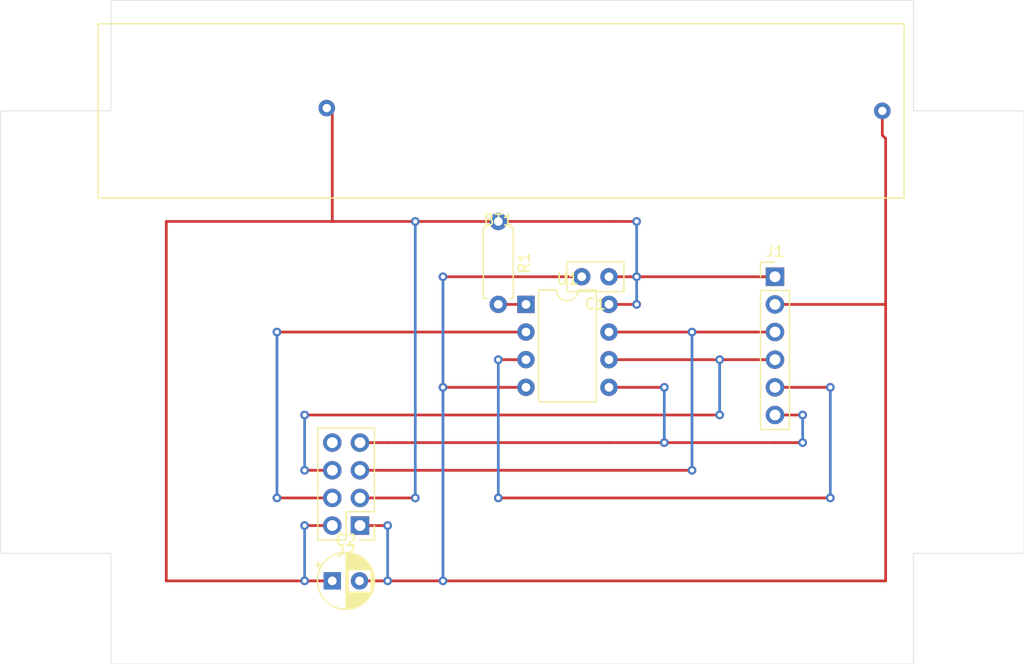
<source format=kicad_pcb>
(kicad_pcb (version 20171130) (host pcbnew "(5.1.4)-1")

  (general
    (thickness 1.6)
    (drawings 13)
    (tracks 117)
    (zones 0)
    (modules 7)
    (nets 10)
  )

  (page A4)
  (layers
    (0 F.Cu signal)
    (31 B.Cu signal)
    (32 B.Adhes user)
    (33 F.Adhes user)
    (34 B.Paste user)
    (35 F.Paste user)
    (36 B.SilkS user)
    (37 F.SilkS user)
    (38 B.Mask user)
    (39 F.Mask user)
    (40 Dwgs.User user)
    (41 Cmts.User user)
    (42 Eco1.User user)
    (43 Eco2.User user)
    (44 Edge.Cuts user)
    (45 Margin user)
    (46 B.CrtYd user)
    (47 F.CrtYd user)
    (48 B.Fab user)
    (49 F.Fab user)
  )

  (setup
    (last_trace_width 0.25)
    (trace_clearance 0.2)
    (zone_clearance 0.508)
    (zone_45_only no)
    (trace_min 0.2)
    (via_size 0.8)
    (via_drill 0.4)
    (via_min_size 0.4)
    (via_min_drill 0.3)
    (uvia_size 0.3)
    (uvia_drill 0.1)
    (uvias_allowed no)
    (uvia_min_size 0.2)
    (uvia_min_drill 0.1)
    (edge_width 0.05)
    (segment_width 0.2)
    (pcb_text_width 0.3)
    (pcb_text_size 1.5 1.5)
    (mod_edge_width 0.12)
    (mod_text_size 1 1)
    (mod_text_width 0.15)
    (pad_size 1.524 1.524)
    (pad_drill 0.762)
    (pad_to_mask_clearance 0.051)
    (solder_mask_min_width 0.25)
    (aux_axis_origin 0 0)
    (visible_elements 7FFFFFFF)
    (pcbplotparams
      (layerselection 0x010fc_ffffffff)
      (usegerberextensions false)
      (usegerberattributes false)
      (usegerberadvancedattributes false)
      (creategerberjobfile false)
      (excludeedgelayer true)
      (linewidth 0.100000)
      (plotframeref false)
      (viasonmask false)
      (mode 1)
      (useauxorigin false)
      (hpglpennumber 1)
      (hpglpenspeed 20)
      (hpglpendiameter 15.000000)
      (psnegative false)
      (psa4output false)
      (plotreference true)
      (plotvalue true)
      (plotinvisibletext false)
      (padsonsilk false)
      (subtractmaskfromsilk false)
      (outputformat 1)
      (mirror false)
      (drillshape 1)
      (scaleselection 1)
      (outputdirectory ""))
  )

  (net 0 "")
  (net 1 +3V3)
  (net 2 GND)
  (net 3 SPI_CLK)
  (net 4 CS_BME280)
  (net 5 SPI_MISO)
  (net 6 CS_NRF24)
  (net 7 "Net-(J2-Pad8)")
  (net 8 "Net-(C4-Pad2)")
  (net 9 RX)

  (net_class Default "This is the default net class."
    (clearance 0.2)
    (trace_width 0.25)
    (via_dia 0.8)
    (via_drill 0.4)
    (uvia_dia 0.3)
    (uvia_drill 0.1)
    (add_net +3V3)
    (add_net CS_BME280)
    (add_net CS_NRF24)
    (add_net GND)
    (add_net "Net-(C4-Pad2)")
    (add_net "Net-(J2-Pad8)")
    (add_net RX)
    (add_net SPI_CLK)
    (add_net SPI_MISO)
  )

  (module weatherstation_sensor:LiFePO4wered_USB (layer F.Cu) (tedit 5E6630FA) (tstamp 5E6A7333)
    (at 147.32 60.96 180)
    (path /5E6662D5)
    (fp_text reference BT1 (at 0 -10.033) (layer F.SilkS)
      (effects (font (size 1 1) (thickness 0.15)))
    )
    (fp_text value 3.3V (at -16.637 -0.127) (layer F.Fab)
      (effects (font (size 1 1) (thickness 0.15)))
    )
    (fp_line (start -0.254 -8.001) (end 36.746 -8.001) (layer F.SilkS) (width 0.12))
    (fp_line (start 36.746 7.999) (end 36.746 -8.001) (layer F.SilkS) (width 0.12))
    (fp_line (start -37.254 7.999) (end 36.746 7.999) (layer F.SilkS) (width 0.12))
    (fp_line (start -37.254 -8.001) (end -37.254 7.999) (layer F.SilkS) (width 0.12))
    (fp_line (start -0.254 -8.001) (end -37.254 -8.001) (layer F.SilkS) (width 0.12))
    (pad 1 thru_hole circle (at 15.748 0.254 180) (size 1.524 1.524) (drill 0.762) (layers *.Cu *.Mask)
      (net 1 +3V3))
    (pad 2 thru_hole circle (at -35.254 -0.001 180) (size 1.524 1.524) (drill 0.762) (layers *.Cu *.Mask)
      (net 2 GND))
  )

  (module Capacitor_THT:CP_Radial_D5.0mm_P2.50mm (layer F.Cu) (tedit 5AE50EF0) (tstamp 5E6682F7)
    (at 132.08 104.14)
    (descr "CP, Radial series, Radial, pin pitch=2.50mm, , diameter=5mm, Electrolytic Capacitor")
    (tags "CP Radial series Radial pin pitch 2.50mm  diameter 5mm Electrolytic Capacitor")
    (path /5E666CF1)
    (fp_text reference C2 (at 1.25 -3.75) (layer F.SilkS)
      (effects (font (size 1 1) (thickness 0.15)))
    )
    (fp_text value 10µF (at 1.25 3.75) (layer F.Fab)
      (effects (font (size 1 1) (thickness 0.15)))
    )
    (fp_circle (center 1.25 0) (end 3.75 0) (layer F.Fab) (width 0.1))
    (fp_circle (center 1.25 0) (end 3.87 0) (layer F.SilkS) (width 0.12))
    (fp_circle (center 1.25 0) (end 4 0) (layer F.CrtYd) (width 0.05))
    (fp_line (start -0.883605 -1.0875) (end -0.383605 -1.0875) (layer F.Fab) (width 0.1))
    (fp_line (start -0.633605 -1.3375) (end -0.633605 -0.8375) (layer F.Fab) (width 0.1))
    (fp_line (start 1.25 -2.58) (end 1.25 2.58) (layer F.SilkS) (width 0.12))
    (fp_line (start 1.29 -2.58) (end 1.29 2.58) (layer F.SilkS) (width 0.12))
    (fp_line (start 1.33 -2.579) (end 1.33 2.579) (layer F.SilkS) (width 0.12))
    (fp_line (start 1.37 -2.578) (end 1.37 2.578) (layer F.SilkS) (width 0.12))
    (fp_line (start 1.41 -2.576) (end 1.41 2.576) (layer F.SilkS) (width 0.12))
    (fp_line (start 1.45 -2.573) (end 1.45 2.573) (layer F.SilkS) (width 0.12))
    (fp_line (start 1.49 -2.569) (end 1.49 -1.04) (layer F.SilkS) (width 0.12))
    (fp_line (start 1.49 1.04) (end 1.49 2.569) (layer F.SilkS) (width 0.12))
    (fp_line (start 1.53 -2.565) (end 1.53 -1.04) (layer F.SilkS) (width 0.12))
    (fp_line (start 1.53 1.04) (end 1.53 2.565) (layer F.SilkS) (width 0.12))
    (fp_line (start 1.57 -2.561) (end 1.57 -1.04) (layer F.SilkS) (width 0.12))
    (fp_line (start 1.57 1.04) (end 1.57 2.561) (layer F.SilkS) (width 0.12))
    (fp_line (start 1.61 -2.556) (end 1.61 -1.04) (layer F.SilkS) (width 0.12))
    (fp_line (start 1.61 1.04) (end 1.61 2.556) (layer F.SilkS) (width 0.12))
    (fp_line (start 1.65 -2.55) (end 1.65 -1.04) (layer F.SilkS) (width 0.12))
    (fp_line (start 1.65 1.04) (end 1.65 2.55) (layer F.SilkS) (width 0.12))
    (fp_line (start 1.69 -2.543) (end 1.69 -1.04) (layer F.SilkS) (width 0.12))
    (fp_line (start 1.69 1.04) (end 1.69 2.543) (layer F.SilkS) (width 0.12))
    (fp_line (start 1.73 -2.536) (end 1.73 -1.04) (layer F.SilkS) (width 0.12))
    (fp_line (start 1.73 1.04) (end 1.73 2.536) (layer F.SilkS) (width 0.12))
    (fp_line (start 1.77 -2.528) (end 1.77 -1.04) (layer F.SilkS) (width 0.12))
    (fp_line (start 1.77 1.04) (end 1.77 2.528) (layer F.SilkS) (width 0.12))
    (fp_line (start 1.81 -2.52) (end 1.81 -1.04) (layer F.SilkS) (width 0.12))
    (fp_line (start 1.81 1.04) (end 1.81 2.52) (layer F.SilkS) (width 0.12))
    (fp_line (start 1.85 -2.511) (end 1.85 -1.04) (layer F.SilkS) (width 0.12))
    (fp_line (start 1.85 1.04) (end 1.85 2.511) (layer F.SilkS) (width 0.12))
    (fp_line (start 1.89 -2.501) (end 1.89 -1.04) (layer F.SilkS) (width 0.12))
    (fp_line (start 1.89 1.04) (end 1.89 2.501) (layer F.SilkS) (width 0.12))
    (fp_line (start 1.93 -2.491) (end 1.93 -1.04) (layer F.SilkS) (width 0.12))
    (fp_line (start 1.93 1.04) (end 1.93 2.491) (layer F.SilkS) (width 0.12))
    (fp_line (start 1.971 -2.48) (end 1.971 -1.04) (layer F.SilkS) (width 0.12))
    (fp_line (start 1.971 1.04) (end 1.971 2.48) (layer F.SilkS) (width 0.12))
    (fp_line (start 2.011 -2.468) (end 2.011 -1.04) (layer F.SilkS) (width 0.12))
    (fp_line (start 2.011 1.04) (end 2.011 2.468) (layer F.SilkS) (width 0.12))
    (fp_line (start 2.051 -2.455) (end 2.051 -1.04) (layer F.SilkS) (width 0.12))
    (fp_line (start 2.051 1.04) (end 2.051 2.455) (layer F.SilkS) (width 0.12))
    (fp_line (start 2.091 -2.442) (end 2.091 -1.04) (layer F.SilkS) (width 0.12))
    (fp_line (start 2.091 1.04) (end 2.091 2.442) (layer F.SilkS) (width 0.12))
    (fp_line (start 2.131 -2.428) (end 2.131 -1.04) (layer F.SilkS) (width 0.12))
    (fp_line (start 2.131 1.04) (end 2.131 2.428) (layer F.SilkS) (width 0.12))
    (fp_line (start 2.171 -2.414) (end 2.171 -1.04) (layer F.SilkS) (width 0.12))
    (fp_line (start 2.171 1.04) (end 2.171 2.414) (layer F.SilkS) (width 0.12))
    (fp_line (start 2.211 -2.398) (end 2.211 -1.04) (layer F.SilkS) (width 0.12))
    (fp_line (start 2.211 1.04) (end 2.211 2.398) (layer F.SilkS) (width 0.12))
    (fp_line (start 2.251 -2.382) (end 2.251 -1.04) (layer F.SilkS) (width 0.12))
    (fp_line (start 2.251 1.04) (end 2.251 2.382) (layer F.SilkS) (width 0.12))
    (fp_line (start 2.291 -2.365) (end 2.291 -1.04) (layer F.SilkS) (width 0.12))
    (fp_line (start 2.291 1.04) (end 2.291 2.365) (layer F.SilkS) (width 0.12))
    (fp_line (start 2.331 -2.348) (end 2.331 -1.04) (layer F.SilkS) (width 0.12))
    (fp_line (start 2.331 1.04) (end 2.331 2.348) (layer F.SilkS) (width 0.12))
    (fp_line (start 2.371 -2.329) (end 2.371 -1.04) (layer F.SilkS) (width 0.12))
    (fp_line (start 2.371 1.04) (end 2.371 2.329) (layer F.SilkS) (width 0.12))
    (fp_line (start 2.411 -2.31) (end 2.411 -1.04) (layer F.SilkS) (width 0.12))
    (fp_line (start 2.411 1.04) (end 2.411 2.31) (layer F.SilkS) (width 0.12))
    (fp_line (start 2.451 -2.29) (end 2.451 -1.04) (layer F.SilkS) (width 0.12))
    (fp_line (start 2.451 1.04) (end 2.451 2.29) (layer F.SilkS) (width 0.12))
    (fp_line (start 2.491 -2.268) (end 2.491 -1.04) (layer F.SilkS) (width 0.12))
    (fp_line (start 2.491 1.04) (end 2.491 2.268) (layer F.SilkS) (width 0.12))
    (fp_line (start 2.531 -2.247) (end 2.531 -1.04) (layer F.SilkS) (width 0.12))
    (fp_line (start 2.531 1.04) (end 2.531 2.247) (layer F.SilkS) (width 0.12))
    (fp_line (start 2.571 -2.224) (end 2.571 -1.04) (layer F.SilkS) (width 0.12))
    (fp_line (start 2.571 1.04) (end 2.571 2.224) (layer F.SilkS) (width 0.12))
    (fp_line (start 2.611 -2.2) (end 2.611 -1.04) (layer F.SilkS) (width 0.12))
    (fp_line (start 2.611 1.04) (end 2.611 2.2) (layer F.SilkS) (width 0.12))
    (fp_line (start 2.651 -2.175) (end 2.651 -1.04) (layer F.SilkS) (width 0.12))
    (fp_line (start 2.651 1.04) (end 2.651 2.175) (layer F.SilkS) (width 0.12))
    (fp_line (start 2.691 -2.149) (end 2.691 -1.04) (layer F.SilkS) (width 0.12))
    (fp_line (start 2.691 1.04) (end 2.691 2.149) (layer F.SilkS) (width 0.12))
    (fp_line (start 2.731 -2.122) (end 2.731 -1.04) (layer F.SilkS) (width 0.12))
    (fp_line (start 2.731 1.04) (end 2.731 2.122) (layer F.SilkS) (width 0.12))
    (fp_line (start 2.771 -2.095) (end 2.771 -1.04) (layer F.SilkS) (width 0.12))
    (fp_line (start 2.771 1.04) (end 2.771 2.095) (layer F.SilkS) (width 0.12))
    (fp_line (start 2.811 -2.065) (end 2.811 -1.04) (layer F.SilkS) (width 0.12))
    (fp_line (start 2.811 1.04) (end 2.811 2.065) (layer F.SilkS) (width 0.12))
    (fp_line (start 2.851 -2.035) (end 2.851 -1.04) (layer F.SilkS) (width 0.12))
    (fp_line (start 2.851 1.04) (end 2.851 2.035) (layer F.SilkS) (width 0.12))
    (fp_line (start 2.891 -2.004) (end 2.891 -1.04) (layer F.SilkS) (width 0.12))
    (fp_line (start 2.891 1.04) (end 2.891 2.004) (layer F.SilkS) (width 0.12))
    (fp_line (start 2.931 -1.971) (end 2.931 -1.04) (layer F.SilkS) (width 0.12))
    (fp_line (start 2.931 1.04) (end 2.931 1.971) (layer F.SilkS) (width 0.12))
    (fp_line (start 2.971 -1.937) (end 2.971 -1.04) (layer F.SilkS) (width 0.12))
    (fp_line (start 2.971 1.04) (end 2.971 1.937) (layer F.SilkS) (width 0.12))
    (fp_line (start 3.011 -1.901) (end 3.011 -1.04) (layer F.SilkS) (width 0.12))
    (fp_line (start 3.011 1.04) (end 3.011 1.901) (layer F.SilkS) (width 0.12))
    (fp_line (start 3.051 -1.864) (end 3.051 -1.04) (layer F.SilkS) (width 0.12))
    (fp_line (start 3.051 1.04) (end 3.051 1.864) (layer F.SilkS) (width 0.12))
    (fp_line (start 3.091 -1.826) (end 3.091 -1.04) (layer F.SilkS) (width 0.12))
    (fp_line (start 3.091 1.04) (end 3.091 1.826) (layer F.SilkS) (width 0.12))
    (fp_line (start 3.131 -1.785) (end 3.131 -1.04) (layer F.SilkS) (width 0.12))
    (fp_line (start 3.131 1.04) (end 3.131 1.785) (layer F.SilkS) (width 0.12))
    (fp_line (start 3.171 -1.743) (end 3.171 -1.04) (layer F.SilkS) (width 0.12))
    (fp_line (start 3.171 1.04) (end 3.171 1.743) (layer F.SilkS) (width 0.12))
    (fp_line (start 3.211 -1.699) (end 3.211 -1.04) (layer F.SilkS) (width 0.12))
    (fp_line (start 3.211 1.04) (end 3.211 1.699) (layer F.SilkS) (width 0.12))
    (fp_line (start 3.251 -1.653) (end 3.251 -1.04) (layer F.SilkS) (width 0.12))
    (fp_line (start 3.251 1.04) (end 3.251 1.653) (layer F.SilkS) (width 0.12))
    (fp_line (start 3.291 -1.605) (end 3.291 -1.04) (layer F.SilkS) (width 0.12))
    (fp_line (start 3.291 1.04) (end 3.291 1.605) (layer F.SilkS) (width 0.12))
    (fp_line (start 3.331 -1.554) (end 3.331 -1.04) (layer F.SilkS) (width 0.12))
    (fp_line (start 3.331 1.04) (end 3.331 1.554) (layer F.SilkS) (width 0.12))
    (fp_line (start 3.371 -1.5) (end 3.371 -1.04) (layer F.SilkS) (width 0.12))
    (fp_line (start 3.371 1.04) (end 3.371 1.5) (layer F.SilkS) (width 0.12))
    (fp_line (start 3.411 -1.443) (end 3.411 -1.04) (layer F.SilkS) (width 0.12))
    (fp_line (start 3.411 1.04) (end 3.411 1.443) (layer F.SilkS) (width 0.12))
    (fp_line (start 3.451 -1.383) (end 3.451 -1.04) (layer F.SilkS) (width 0.12))
    (fp_line (start 3.451 1.04) (end 3.451 1.383) (layer F.SilkS) (width 0.12))
    (fp_line (start 3.491 -1.319) (end 3.491 -1.04) (layer F.SilkS) (width 0.12))
    (fp_line (start 3.491 1.04) (end 3.491 1.319) (layer F.SilkS) (width 0.12))
    (fp_line (start 3.531 -1.251) (end 3.531 -1.04) (layer F.SilkS) (width 0.12))
    (fp_line (start 3.531 1.04) (end 3.531 1.251) (layer F.SilkS) (width 0.12))
    (fp_line (start 3.571 -1.178) (end 3.571 1.178) (layer F.SilkS) (width 0.12))
    (fp_line (start 3.611 -1.098) (end 3.611 1.098) (layer F.SilkS) (width 0.12))
    (fp_line (start 3.651 -1.011) (end 3.651 1.011) (layer F.SilkS) (width 0.12))
    (fp_line (start 3.691 -0.915) (end 3.691 0.915) (layer F.SilkS) (width 0.12))
    (fp_line (start 3.731 -0.805) (end 3.731 0.805) (layer F.SilkS) (width 0.12))
    (fp_line (start 3.771 -0.677) (end 3.771 0.677) (layer F.SilkS) (width 0.12))
    (fp_line (start 3.811 -0.518) (end 3.811 0.518) (layer F.SilkS) (width 0.12))
    (fp_line (start 3.851 -0.284) (end 3.851 0.284) (layer F.SilkS) (width 0.12))
    (fp_line (start -1.554775 -1.475) (end -1.054775 -1.475) (layer F.SilkS) (width 0.12))
    (fp_line (start -1.304775 -1.725) (end -1.304775 -1.225) (layer F.SilkS) (width 0.12))
    (fp_text user %R (at 1.25 0) (layer F.Fab)
      (effects (font (size 1 1) (thickness 0.15)))
    )
    (pad 1 thru_hole rect (at 0 0) (size 1.6 1.6) (drill 0.8) (layers *.Cu *.Mask)
      (net 1 +3V3))
    (pad 2 thru_hole circle (at 2.5 0) (size 1.6 1.6) (drill 0.8) (layers *.Cu *.Mask)
      (net 2 GND))
    (model ${KISYS3DMOD}/Capacitor_THT.3dshapes/CP_Radial_D5.0mm_P2.50mm.wrl
      (at (xyz 0 0 0))
      (scale (xyz 1 1 1))
      (rotate (xyz 0 0 0))
    )
  )

  (module Connector_PinHeader_2.54mm:PinHeader_1x06_P2.54mm_Vertical (layer F.Cu) (tedit 59FED5CC) (tstamp 5E6E76B6)
    (at 172.72 76.2)
    (descr "Through hole straight pin header, 1x06, 2.54mm pitch, single row")
    (tags "Through hole pin header THT 1x06 2.54mm single row")
    (path /5E661086)
    (fp_text reference J1 (at 0 -2.33) (layer F.SilkS)
      (effects (font (size 1 1) (thickness 0.15)))
    )
    (fp_text value CONN_BME280 (at 0 15.03) (layer F.Fab)
      (effects (font (size 1 1) (thickness 0.15)))
    )
    (fp_line (start -0.635 -1.27) (end 1.27 -1.27) (layer F.Fab) (width 0.1))
    (fp_line (start 1.27 -1.27) (end 1.27 13.97) (layer F.Fab) (width 0.1))
    (fp_line (start 1.27 13.97) (end -1.27 13.97) (layer F.Fab) (width 0.1))
    (fp_line (start -1.27 13.97) (end -1.27 -0.635) (layer F.Fab) (width 0.1))
    (fp_line (start -1.27 -0.635) (end -0.635 -1.27) (layer F.Fab) (width 0.1))
    (fp_line (start -1.33 14.03) (end 1.33 14.03) (layer F.SilkS) (width 0.12))
    (fp_line (start -1.33 1.27) (end -1.33 14.03) (layer F.SilkS) (width 0.12))
    (fp_line (start 1.33 1.27) (end 1.33 14.03) (layer F.SilkS) (width 0.12))
    (fp_line (start -1.33 1.27) (end 1.33 1.27) (layer F.SilkS) (width 0.12))
    (fp_line (start -1.33 0) (end -1.33 -1.33) (layer F.SilkS) (width 0.12))
    (fp_line (start -1.33 -1.33) (end 0 -1.33) (layer F.SilkS) (width 0.12))
    (fp_line (start -1.8 -1.8) (end -1.8 14.5) (layer F.CrtYd) (width 0.05))
    (fp_line (start -1.8 14.5) (end 1.8 14.5) (layer F.CrtYd) (width 0.05))
    (fp_line (start 1.8 14.5) (end 1.8 -1.8) (layer F.CrtYd) (width 0.05))
    (fp_line (start 1.8 -1.8) (end -1.8 -1.8) (layer F.CrtYd) (width 0.05))
    (fp_text user %R (at 0 6.35 90) (layer F.Fab)
      (effects (font (size 1 1) (thickness 0.15)))
    )
    (pad 1 thru_hole rect (at 0 0) (size 1.7 1.7) (drill 1) (layers *.Cu *.Mask)
      (net 1 +3V3))
    (pad 2 thru_hole oval (at 0 2.54) (size 1.7 1.7) (drill 1) (layers *.Cu *.Mask)
      (net 2 GND))
    (pad 3 thru_hole oval (at 0 5.08) (size 1.7 1.7) (drill 1) (layers *.Cu *.Mask)
      (net 3 SPI_CLK))
    (pad 4 thru_hole oval (at 0 7.62) (size 1.7 1.7) (drill 1) (layers *.Cu *.Mask)
      (net 9 RX))
    (pad 5 thru_hole oval (at 0 10.16) (size 1.7 1.7) (drill 1) (layers *.Cu *.Mask)
      (net 4 CS_BME280))
    (pad 6 thru_hole oval (at 0 12.7) (size 1.7 1.7) (drill 1) (layers *.Cu *.Mask)
      (net 5 SPI_MISO))
    (model ${KISYS3DMOD}/Connector_PinHeader_2.54mm.3dshapes/PinHeader_1x06_P2.54mm_Vertical.wrl
      (at (xyz 0 0 0))
      (scale (xyz 1 1 1))
      (rotate (xyz 0 0 0))
    )
  )

  (module Connector_PinHeader_2.54mm:PinHeader_2x04_P2.54mm_Vertical (layer F.Cu) (tedit 59FED5CC) (tstamp 5E668E75)
    (at 134.62 99.06 180)
    (descr "Through hole straight pin header, 2x04, 2.54mm pitch, double rows")
    (tags "Through hole pin header THT 2x04 2.54mm double row")
    (path /5E6631F7)
    (fp_text reference J2 (at 1.27 -2.33) (layer F.SilkS)
      (effects (font (size 1 1) (thickness 0.15)))
    )
    (fp_text value CONN_NRF24 (at 1.27 9.95) (layer F.Fab)
      (effects (font (size 1 1) (thickness 0.15)))
    )
    (fp_line (start 0 -1.27) (end 3.81 -1.27) (layer F.Fab) (width 0.1))
    (fp_line (start 3.81 -1.27) (end 3.81 8.89) (layer F.Fab) (width 0.1))
    (fp_line (start 3.81 8.89) (end -1.27 8.89) (layer F.Fab) (width 0.1))
    (fp_line (start -1.27 8.89) (end -1.27 0) (layer F.Fab) (width 0.1))
    (fp_line (start -1.27 0) (end 0 -1.27) (layer F.Fab) (width 0.1))
    (fp_line (start -1.33 8.95) (end 3.87 8.95) (layer F.SilkS) (width 0.12))
    (fp_line (start -1.33 1.27) (end -1.33 8.95) (layer F.SilkS) (width 0.12))
    (fp_line (start 3.87 -1.33) (end 3.87 8.95) (layer F.SilkS) (width 0.12))
    (fp_line (start -1.33 1.27) (end 1.27 1.27) (layer F.SilkS) (width 0.12))
    (fp_line (start 1.27 1.27) (end 1.27 -1.33) (layer F.SilkS) (width 0.12))
    (fp_line (start 1.27 -1.33) (end 3.87 -1.33) (layer F.SilkS) (width 0.12))
    (fp_line (start -1.33 0) (end -1.33 -1.33) (layer F.SilkS) (width 0.12))
    (fp_line (start -1.33 -1.33) (end 0 -1.33) (layer F.SilkS) (width 0.12))
    (fp_line (start -1.8 -1.8) (end -1.8 9.4) (layer F.CrtYd) (width 0.05))
    (fp_line (start -1.8 9.4) (end 4.35 9.4) (layer F.CrtYd) (width 0.05))
    (fp_line (start 4.35 9.4) (end 4.35 -1.8) (layer F.CrtYd) (width 0.05))
    (fp_line (start 4.35 -1.8) (end -1.8 -1.8) (layer F.CrtYd) (width 0.05))
    (fp_text user %R (at 1.27 3.81 90) (layer F.Fab)
      (effects (font (size 1 1) (thickness 0.15)))
    )
    (pad 1 thru_hole rect (at 0 0 180) (size 1.7 1.7) (drill 1) (layers *.Cu *.Mask)
      (net 2 GND))
    (pad 2 thru_hole oval (at 2.54 0 180) (size 1.7 1.7) (drill 1) (layers *.Cu *.Mask)
      (net 1 +3V3))
    (pad 3 thru_hole oval (at 0 2.54 180) (size 1.7 1.7) (drill 1) (layers *.Cu *.Mask)
      (net 1 +3V3))
    (pad 4 thru_hole oval (at 2.54 2.54 180) (size 1.7 1.7) (drill 1) (layers *.Cu *.Mask)
      (net 6 CS_NRF24))
    (pad 5 thru_hole oval (at 0 5.08 180) (size 1.7 1.7) (drill 1) (layers *.Cu *.Mask)
      (net 3 SPI_CLK))
    (pad 6 thru_hole oval (at 2.54 5.08 180) (size 1.7 1.7) (drill 1) (layers *.Cu *.Mask)
      (net 9 RX))
    (pad 7 thru_hole oval (at 0 7.62 180) (size 1.7 1.7) (drill 1) (layers *.Cu *.Mask)
      (net 5 SPI_MISO))
    (pad 8 thru_hole oval (at 2.54 7.62 180) (size 1.7 1.7) (drill 1) (layers *.Cu *.Mask)
      (net 7 "Net-(J2-Pad8)"))
    (model ${KISYS3DMOD}/Connector_PinHeader_2.54mm.3dshapes/PinHeader_2x04_P2.54mm_Vertical.wrl
      (at (xyz 0 0 0))
      (scale (xyz 1 1 1))
      (rotate (xyz 0 0 0))
    )
  )

  (module Resistor_THT:R_Axial_DIN0207_L6.3mm_D2.5mm_P7.62mm_Horizontal (layer F.Cu) (tedit 5AE5139B) (tstamp 5E6A7687)
    (at 147.32 71.12 270)
    (descr "Resistor, Axial_DIN0207 series, Axial, Horizontal, pin pitch=7.62mm, 0.25W = 1/4W, length*diameter=6.3*2.5mm^2, http://cdn-reichelt.de/documents/datenblatt/B400/1_4W%23YAG.pdf")
    (tags "Resistor Axial_DIN0207 series Axial Horizontal pin pitch 7.62mm 0.25W = 1/4W length 6.3mm diameter 2.5mm")
    (path /5E665A24)
    (fp_text reference R1 (at 3.81 -2.37 90) (layer F.SilkS)
      (effects (font (size 1 1) (thickness 0.15)))
    )
    (fp_text value 10k (at 3.81 2.37 90) (layer F.Fab)
      (effects (font (size 1 1) (thickness 0.15)))
    )
    (fp_line (start 0.66 -1.25) (end 0.66 1.25) (layer F.Fab) (width 0.1))
    (fp_line (start 0.66 1.25) (end 6.96 1.25) (layer F.Fab) (width 0.1))
    (fp_line (start 6.96 1.25) (end 6.96 -1.25) (layer F.Fab) (width 0.1))
    (fp_line (start 6.96 -1.25) (end 0.66 -1.25) (layer F.Fab) (width 0.1))
    (fp_line (start 0 0) (end 0.66 0) (layer F.Fab) (width 0.1))
    (fp_line (start 7.62 0) (end 6.96 0) (layer F.Fab) (width 0.1))
    (fp_line (start 0.54 -1.04) (end 0.54 -1.37) (layer F.SilkS) (width 0.12))
    (fp_line (start 0.54 -1.37) (end 7.08 -1.37) (layer F.SilkS) (width 0.12))
    (fp_line (start 7.08 -1.37) (end 7.08 -1.04) (layer F.SilkS) (width 0.12))
    (fp_line (start 0.54 1.04) (end 0.54 1.37) (layer F.SilkS) (width 0.12))
    (fp_line (start 0.54 1.37) (end 7.08 1.37) (layer F.SilkS) (width 0.12))
    (fp_line (start 7.08 1.37) (end 7.08 1.04) (layer F.SilkS) (width 0.12))
    (fp_line (start -1.05 -1.5) (end -1.05 1.5) (layer F.CrtYd) (width 0.05))
    (fp_line (start -1.05 1.5) (end 8.67 1.5) (layer F.CrtYd) (width 0.05))
    (fp_line (start 8.67 1.5) (end 8.67 -1.5) (layer F.CrtYd) (width 0.05))
    (fp_line (start 8.67 -1.5) (end -1.05 -1.5) (layer F.CrtYd) (width 0.05))
    (fp_text user %R (at 3.81 0 90) (layer F.Fab)
      (effects (font (size 1 1) (thickness 0.15)))
    )
    (pad 1 thru_hole circle (at 0 0 270) (size 1.6 1.6) (drill 0.8) (layers *.Cu *.Mask)
      (net 1 +3V3))
    (pad 2 thru_hole oval (at 7.62 0 270) (size 1.6 1.6) (drill 0.8) (layers *.Cu *.Mask)
      (net 8 "Net-(C4-Pad2)"))
    (model ${KISYS3DMOD}/Resistor_THT.3dshapes/R_Axial_DIN0207_L6.3mm_D2.5mm_P7.62mm_Horizontal.wrl
      (at (xyz 0 0 0))
      (scale (xyz 1 1 1))
      (rotate (xyz 0 0 0))
    )
  )

  (module Package_DIP:DIP-8_W7.62mm (layer F.Cu) (tedit 5A02E8C5) (tstamp 5E668362)
    (at 149.86 78.74)
    (descr "8-lead though-hole mounted DIP package, row spacing 7.62 mm (300 mils)")
    (tags "THT DIP DIL PDIP 2.54mm 7.62mm 300mil")
    (path /5E664E03)
    (fp_text reference U1 (at 3.81 -2.33) (layer F.SilkS)
      (effects (font (size 1 1) (thickness 0.15)))
    )
    (fp_text value ATtiny85V-10PU (at 3.81 9.95) (layer F.Fab)
      (effects (font (size 1 1) (thickness 0.15)))
    )
    (fp_arc (start 3.81 -1.33) (end 2.81 -1.33) (angle -180) (layer F.SilkS) (width 0.12))
    (fp_line (start 1.635 -1.27) (end 6.985 -1.27) (layer F.Fab) (width 0.1))
    (fp_line (start 6.985 -1.27) (end 6.985 8.89) (layer F.Fab) (width 0.1))
    (fp_line (start 6.985 8.89) (end 0.635 8.89) (layer F.Fab) (width 0.1))
    (fp_line (start 0.635 8.89) (end 0.635 -0.27) (layer F.Fab) (width 0.1))
    (fp_line (start 0.635 -0.27) (end 1.635 -1.27) (layer F.Fab) (width 0.1))
    (fp_line (start 2.81 -1.33) (end 1.16 -1.33) (layer F.SilkS) (width 0.12))
    (fp_line (start 1.16 -1.33) (end 1.16 8.95) (layer F.SilkS) (width 0.12))
    (fp_line (start 1.16 8.95) (end 6.46 8.95) (layer F.SilkS) (width 0.12))
    (fp_line (start 6.46 8.95) (end 6.46 -1.33) (layer F.SilkS) (width 0.12))
    (fp_line (start 6.46 -1.33) (end 4.81 -1.33) (layer F.SilkS) (width 0.12))
    (fp_line (start -1.1 -1.55) (end -1.1 9.15) (layer F.CrtYd) (width 0.05))
    (fp_line (start -1.1 9.15) (end 8.7 9.15) (layer F.CrtYd) (width 0.05))
    (fp_line (start 8.7 9.15) (end 8.7 -1.55) (layer F.CrtYd) (width 0.05))
    (fp_line (start 8.7 -1.55) (end -1.1 -1.55) (layer F.CrtYd) (width 0.05))
    (fp_text user %R (at 3.81 3.81) (layer F.Fab)
      (effects (font (size 1 1) (thickness 0.15)))
    )
    (pad 1 thru_hole rect (at 0 0) (size 1.6 1.6) (drill 0.8) (layers *.Cu *.Mask)
      (net 8 "Net-(C4-Pad2)"))
    (pad 5 thru_hole oval (at 7.62 7.62) (size 1.6 1.6) (drill 0.8) (layers *.Cu *.Mask)
      (net 5 SPI_MISO))
    (pad 2 thru_hole oval (at 0 2.54) (size 1.6 1.6) (drill 0.8) (layers *.Cu *.Mask)
      (net 6 CS_NRF24))
    (pad 6 thru_hole oval (at 7.62 5.08) (size 1.6 1.6) (drill 0.8) (layers *.Cu *.Mask)
      (net 9 RX))
    (pad 3 thru_hole oval (at 0 5.08) (size 1.6 1.6) (drill 0.8) (layers *.Cu *.Mask)
      (net 4 CS_BME280))
    (pad 7 thru_hole oval (at 7.62 2.54) (size 1.6 1.6) (drill 0.8) (layers *.Cu *.Mask)
      (net 3 SPI_CLK))
    (pad 4 thru_hole oval (at 0 7.62) (size 1.6 1.6) (drill 0.8) (layers *.Cu *.Mask)
      (net 2 GND))
    (pad 8 thru_hole oval (at 7.62 0) (size 1.6 1.6) (drill 0.8) (layers *.Cu *.Mask)
      (net 1 +3V3))
    (model ${KISYS3DMOD}/Package_DIP.3dshapes/DIP-8_W7.62mm.wrl
      (at (xyz 0 0 0))
      (scale (xyz 1 1 1))
      (rotate (xyz 0 0 0))
    )
  )

  (module Capacitor_THT:C_Disc_D5.0mm_W2.5mm_P2.50mm (layer F.Cu) (tedit 5AE50EF0) (tstamp 5E6E6866)
    (at 157.48 76.2 180)
    (descr "C, Disc series, Radial, pin pitch=2.50mm, , diameter*width=5*2.5mm^2, Capacitor, http://cdn-reichelt.de/documents/datenblatt/B300/DS_KERKO_TC.pdf")
    (tags "C Disc series Radial pin pitch 2.50mm  diameter 5mm width 2.5mm Capacitor")
    (path /5E666760)
    (fp_text reference C1 (at 1.25 -2.5) (layer F.SilkS)
      (effects (font (size 1 1) (thickness 0.15)))
    )
    (fp_text value 100nF (at 1.25 2.5) (layer F.Fab)
      (effects (font (size 1 1) (thickness 0.15)))
    )
    (fp_line (start -1.25 -1.25) (end -1.25 1.25) (layer F.Fab) (width 0.1))
    (fp_line (start -1.25 1.25) (end 3.75 1.25) (layer F.Fab) (width 0.1))
    (fp_line (start 3.75 1.25) (end 3.75 -1.25) (layer F.Fab) (width 0.1))
    (fp_line (start 3.75 -1.25) (end -1.25 -1.25) (layer F.Fab) (width 0.1))
    (fp_line (start -1.37 -1.37) (end 3.87 -1.37) (layer F.SilkS) (width 0.12))
    (fp_line (start -1.37 1.37) (end 3.87 1.37) (layer F.SilkS) (width 0.12))
    (fp_line (start -1.37 -1.37) (end -1.37 1.37) (layer F.SilkS) (width 0.12))
    (fp_line (start 3.87 -1.37) (end 3.87 1.37) (layer F.SilkS) (width 0.12))
    (fp_line (start -1.5 -1.5) (end -1.5 1.5) (layer F.CrtYd) (width 0.05))
    (fp_line (start -1.5 1.5) (end 4 1.5) (layer F.CrtYd) (width 0.05))
    (fp_line (start 4 1.5) (end 4 -1.5) (layer F.CrtYd) (width 0.05))
    (fp_line (start 4 -1.5) (end -1.5 -1.5) (layer F.CrtYd) (width 0.05))
    (fp_text user %R (at 1.25 0) (layer F.Fab)
      (effects (font (size 1 1) (thickness 0.15)))
    )
    (pad 1 thru_hole circle (at 0 0 180) (size 1.6 1.6) (drill 0.8) (layers *.Cu *.Mask)
      (net 1 +3V3))
    (pad 2 thru_hole circle (at 2.5 0 180) (size 1.6 1.6) (drill 0.8) (layers *.Cu *.Mask)
      (net 2 GND))
    (model ${KISYS3DMOD}/Capacitor_THT.3dshapes/C_Disc_D5.0mm_W2.5mm_P2.50mm.wrl
      (at (xyz 0 0 0))
      (scale (xyz 1 1 1))
      (rotate (xyz 0 0 0))
    )
  )

  (gr_line (start 111.76 111.76) (end 111.76 109.22) (layer Edge.Cuts) (width 0.05) (tstamp 5E68C6CE))
  (gr_line (start 185.42 111.76) (end 111.76 111.76) (layer Edge.Cuts) (width 0.05))
  (gr_line (start 185.42 101.6) (end 185.42 111.76) (layer Edge.Cuts) (width 0.05))
  (gr_line (start 195.58 101.6) (end 185.42 101.6) (layer Edge.Cuts) (width 0.05))
  (gr_line (start 195.58 60.96) (end 195.58 101.6) (layer Edge.Cuts) (width 0.05))
  (gr_line (start 185.42 60.96) (end 195.58 60.96) (layer Edge.Cuts) (width 0.05))
  (gr_line (start 185.42 50.8) (end 185.42 60.96) (layer Edge.Cuts) (width 0.05))
  (gr_line (start 111.76 50.8) (end 185.42 50.8) (layer Edge.Cuts) (width 0.05))
  (gr_line (start 111.76 60.96) (end 111.76 50.8) (layer Edge.Cuts) (width 0.05))
  (gr_line (start 101.6 60.96) (end 111.76 60.96) (layer Edge.Cuts) (width 0.05))
  (gr_line (start 101.6 101.6) (end 101.6 60.96) (layer Edge.Cuts) (width 0.05))
  (gr_line (start 111.76 101.6) (end 101.6 101.6) (layer Edge.Cuts) (width 0.05))
  (gr_line (start 111.76 109.22) (end 111.76 101.6) (layer Edge.Cuts) (width 0.05))

  (segment (start 131.572 60.706) (end 131.826 60.706) (width 0.25) (layer F.Cu) (net 1))
  (segment (start 131.826 60.706) (end 132.08 60.96) (width 0.25) (layer F.Cu) (net 1))
  (segment (start 132.08 60.96) (end 132.08 71.12) (width 0.25) (layer F.Cu) (net 1))
  (segment (start 132.08 71.12) (end 147.32 71.12) (width 0.25) (layer F.Cu) (net 1))
  (segment (start 157.48 71.12) (end 160.02 71.12) (width 0.25) (layer F.Cu) (net 1))
  (segment (start 147.32 71.12) (end 157.48 71.12) (width 0.25) (layer F.Cu) (net 1))
  (segment (start 134.62 96.52) (end 137.16 96.52) (width 0.25) (layer F.Cu) (net 1))
  (segment (start 132.08 71.12) (end 116.84 71.12) (width 0.25) (layer F.Cu) (net 1))
  (segment (start 116.84 71.12) (end 116.84 104.14) (width 0.25) (layer F.Cu) (net 1))
  (segment (start 116.84 104.14) (end 129.54 104.14) (width 0.25) (layer F.Cu) (net 1))
  (segment (start 157.48 78.74) (end 160.02 78.74) (width 0.25) (layer F.Cu) (net 1))
  (segment (start 160.02 78.74) (end 160.02 78.74) (width 0.25) (layer F.Cu) (net 1) (tstamp 5E6A8E94))
  (via (at 160.02 78.74) (size 0.8) (drill 0.4) (layers F.Cu B.Cu) (net 1))
  (via (at 160.02 71.12) (size 0.8) (drill 0.4) (layers F.Cu B.Cu) (net 1))
  (segment (start 160.02 78.74) (end 160.02 76.2) (width 0.25) (layer B.Cu) (net 1))
  (segment (start 160.02 76.2) (end 160.02 71.12) (width 0.25) (layer B.Cu) (net 1) (tstamp 5E6A8E99))
  (via (at 160.02 76.2) (size 0.8) (drill 0.4) (layers F.Cu B.Cu) (net 1))
  (segment (start 160.02 76.2) (end 157.48 76.2) (width 0.25) (layer F.Cu) (net 1))
  (segment (start 132.08 99.06) (end 129.54 99.06) (width 0.25) (layer F.Cu) (net 1))
  (segment (start 129.54 99.06) (end 129.54 99.06) (width 0.25) (layer F.Cu) (net 1) (tstamp 5E6A8FB5))
  (via (at 129.54 99.06) (size 0.8) (drill 0.4) (layers F.Cu B.Cu) (net 1))
  (segment (start 129.54 104.14) (end 132.08 104.14) (width 0.25) (layer F.Cu) (net 1) (tstamp 5E6A8FB7))
  (via (at 129.54 104.14) (size 0.8) (drill 0.4) (layers F.Cu B.Cu) (net 1))
  (segment (start 129.54 99.06) (end 129.54 104.14) (width 0.25) (layer B.Cu) (net 1))
  (segment (start 137.16 96.52) (end 139.7 96.52) (width 0.25) (layer F.Cu) (net 1))
  (segment (start 139.7 96.52) (end 139.7 96.52) (width 0.25) (layer F.Cu) (net 1) (tstamp 5E6D02E8))
  (via (at 139.7 96.52) (size 0.8) (drill 0.4) (layers F.Cu B.Cu) (net 1))
  (segment (start 139.7 96.52) (end 139.7 71.12) (width 0.25) (layer B.Cu) (net 1))
  (segment (start 139.7 71.12) (end 139.7 71.12) (width 0.25) (layer B.Cu) (net 1) (tstamp 5E6D02F4))
  (via (at 139.7 71.12) (size 0.8) (drill 0.4) (layers F.Cu B.Cu) (net 1))
  (segment (start 160.02 76.2) (end 172.72 76.2) (width 0.25) (layer F.Cu) (net 1))
  (segment (start 182.88 76.2) (end 182.88 63.5) (width 0.25) (layer F.Cu) (net 2))
  (segment (start 182.574 63.194) (end 182.574 60.961) (width 0.25) (layer F.Cu) (net 2))
  (segment (start 182.88 63.5) (end 182.574 63.194) (width 0.25) (layer F.Cu) (net 2))
  (segment (start 134.58 99.1) (end 134.62 99.06) (width 0.25) (layer F.Cu) (net 2))
  (segment (start 142.24 76.2) (end 142.24 76.2) (width 0.25) (layer F.Cu) (net 2) (tstamp 5E6D030E))
  (via (at 142.24 76.2) (size 0.8) (drill 0.4) (layers F.Cu B.Cu) (net 2))
  (segment (start 142.24 76.2) (end 142.24 86.36) (width 0.25) (layer B.Cu) (net 2))
  (segment (start 142.24 86.36) (end 142.24 86.36) (width 0.25) (layer B.Cu) (net 2) (tstamp 5E6D0327))
  (via (at 142.24 86.36) (size 0.8) (drill 0.4) (layers F.Cu B.Cu) (net 2))
  (segment (start 149.86 86.36) (end 142.24 86.36) (width 0.25) (layer F.Cu) (net 2))
  (segment (start 154.98 76.2) (end 152.4 76.2) (width 0.25) (layer F.Cu) (net 2))
  (segment (start 152.48 76.2) (end 152.4 76.2) (width 0.25) (layer F.Cu) (net 2))
  (segment (start 152.4 76.2) (end 142.24 76.2) (width 0.25) (layer F.Cu) (net 2))
  (segment (start 172.72 78.74) (end 182.88 78.74) (width 0.25) (layer F.Cu) (net 2))
  (segment (start 182.88 76.2) (end 182.88 104.14) (width 0.25) (layer F.Cu) (net 2))
  (segment (start 137.16 99.06) (end 137.16 99.06) (width 0.25) (layer F.Cu) (net 2) (tstamp 5E6A8FB1))
  (segment (start 134.62 99.06) (end 137.16 99.06) (width 0.25) (layer F.Cu) (net 2))
  (via (at 137.16 99.06) (size 0.8) (drill 0.4) (layers F.Cu B.Cu) (net 2))
  (segment (start 137.16 104.14) (end 134.58 104.14) (width 0.25) (layer F.Cu) (net 2) (tstamp 5E6A8FB3))
  (via (at 137.16 104.14) (size 0.8) (drill 0.4) (layers F.Cu B.Cu) (net 2))
  (segment (start 142.24 104.14) (end 142.24 104.14) (width 0.25) (layer B.Cu) (net 2) (tstamp 5E6E773C))
  (segment (start 137.16 99.06) (end 137.16 104.14) (width 0.25) (layer B.Cu) (net 2))
  (segment (start 142.24 86.36) (end 142.24 104.14) (width 0.25) (layer B.Cu) (net 2))
  (via (at 142.24 104.14) (size 0.8) (drill 0.4) (layers F.Cu B.Cu) (net 2))
  (segment (start 144.78 104.14) (end 137.16 104.14) (width 0.25) (layer F.Cu) (net 2) (tstamp 5E6A8F8B))
  (segment (start 182.88 104.14) (end 144.78 104.14) (width 0.25) (layer F.Cu) (net 2))
  (segment (start 165.1 81.28) (end 157.48 81.28) (width 0.25) (layer F.Cu) (net 3))
  (segment (start 134.62 93.98) (end 165.1 93.98) (width 0.25) (layer F.Cu) (net 3))
  (segment (start 165.1 93.98) (end 165.1 93.98) (width 0.25) (layer F.Cu) (net 3) (tstamp 5E6A77E4))
  (via (at 165.1 93.98) (size 0.8) (drill 0.4) (layers F.Cu B.Cu) (net 3))
  (segment (start 165.1 93.98) (end 165.1 81.28) (width 0.25) (layer B.Cu) (net 3))
  (segment (start 165.1 81.28) (end 165.1 81.28) (width 0.25) (layer B.Cu) (net 3) (tstamp 5E6A77E6))
  (via (at 165.1 81.28) (size 0.8) (drill 0.4) (layers F.Cu B.Cu) (net 3))
  (segment (start 165.1 81.28) (end 172.72 81.28) (width 0.25) (layer F.Cu) (net 3))
  (segment (start 175.26 96.52) (end 147.32 96.52) (width 0.25) (layer F.Cu) (net 4))
  (segment (start 147.32 96.52) (end 147.32 96.52) (width 0.25) (layer F.Cu) (net 4) (tstamp 5E6A7829))
  (via (at 147.32 96.52) (size 0.8) (drill 0.4) (layers F.Cu B.Cu) (net 4))
  (segment (start 147.32 96.52) (end 147.32 83.82) (width 0.25) (layer B.Cu) (net 4))
  (segment (start 147.32 83.82) (end 147.32 83.82) (width 0.25) (layer B.Cu) (net 4) (tstamp 5E6A782B))
  (via (at 147.32 83.82) (size 0.8) (drill 0.4) (layers F.Cu B.Cu) (net 4))
  (segment (start 147.32 83.82) (end 149.86 83.82) (width 0.25) (layer F.Cu) (net 4))
  (segment (start 175.26 96.52) (end 177.8 96.52) (width 0.25) (layer F.Cu) (net 4))
  (segment (start 177.8 96.52) (end 177.8 96.52) (width 0.25) (layer F.Cu) (net 4) (tstamp 5E6A8EFA))
  (via (at 177.8 96.52) (size 0.8) (drill 0.4) (layers F.Cu B.Cu) (net 4))
  (segment (start 177.8 96.52) (end 177.8 86.36) (width 0.25) (layer B.Cu) (net 4))
  (segment (start 177.8 86.36) (end 177.8 86.36) (width 0.25) (layer B.Cu) (net 4) (tstamp 5E6E7736))
  (via (at 177.8 86.36) (size 0.8) (drill 0.4) (layers F.Cu B.Cu) (net 4))
  (segment (start 177.8 86.36) (end 172.72 86.36) (width 0.25) (layer F.Cu) (net 4))
  (segment (start 134.62 91.44) (end 137.16 91.44) (width 0.25) (layer F.Cu) (net 5))
  (segment (start 172.72 91.44) (end 157.48 91.44) (width 0.25) (layer F.Cu) (net 5))
  (segment (start 157.48 86.36) (end 162.56 86.36) (width 0.25) (layer F.Cu) (net 5))
  (segment (start 162.56 86.36) (end 162.56 86.36) (width 0.25) (layer F.Cu) (net 5) (tstamp 5E6A77E9))
  (via (at 162.56 86.36) (size 0.8) (drill 0.4) (layers F.Cu B.Cu) (net 5))
  (segment (start 162.56 86.36) (end 162.56 91.44) (width 0.25) (layer B.Cu) (net 5))
  (segment (start 162.56 91.44) (end 162.56 91.44) (width 0.25) (layer B.Cu) (net 5) (tstamp 5E6A77EB))
  (via (at 162.56 91.44) (size 0.8) (drill 0.4) (layers F.Cu B.Cu) (net 5))
  (segment (start 172.72 91.44) (end 175.26 91.44) (width 0.25) (layer F.Cu) (net 5))
  (segment (start 175.26 91.44) (end 175.26 91.44) (width 0.25) (layer F.Cu) (net 5) (tstamp 5E6A8F07))
  (via (at 175.26 91.44) (size 0.8) (drill 0.4) (layers F.Cu B.Cu) (net 5))
  (segment (start 137.16 91.44) (end 157.48 91.44) (width 0.25) (layer F.Cu) (net 5) (tstamp 5E6E6A2A))
  (segment (start 175.26 91.44) (end 175.26 88.9) (width 0.25) (layer B.Cu) (net 5))
  (segment (start 175.26 88.9) (end 175.26 88.9) (width 0.25) (layer B.Cu) (net 5) (tstamp 5E6E7734))
  (via (at 175.26 88.9) (size 0.8) (drill 0.4) (layers F.Cu B.Cu) (net 5))
  (segment (start 175.26 88.9) (end 172.72 88.9) (width 0.25) (layer F.Cu) (net 5))
  (segment (start 132.08 96.52) (end 127 96.52) (width 0.25) (layer F.Cu) (net 6))
  (segment (start 127 81.28) (end 127 81.28) (width 0.25) (layer F.Cu) (net 6))
  (segment (start 127 96.52) (end 127 96.52) (width 0.25) (layer F.Cu) (net 6) (tstamp 5E6A8F97))
  (via (at 127 96.52) (size 0.8) (drill 0.4) (layers F.Cu B.Cu) (net 6))
  (segment (start 127 81.28) (end 149.86 81.28) (width 0.25) (layer F.Cu) (net 6) (tstamp 5E6A8F99))
  (via (at 127 81.28) (size 0.8) (drill 0.4) (layers F.Cu B.Cu) (net 6))
  (segment (start 127 81.28) (end 127 96.52) (width 0.25) (layer B.Cu) (net 6))
  (segment (start 149.86 78.74) (end 147.32 78.74) (width 0.25) (layer F.Cu) (net 8))
  (segment (start 157.48 83.82) (end 167.64 83.82) (width 0.25) (layer F.Cu) (net 9))
  (segment (start 132.08 93.98) (end 129.54 93.98) (width 0.25) (layer F.Cu) (net 9))
  (segment (start 129.54 88.9) (end 129.54 88.9) (width 0.25) (layer F.Cu) (net 9))
  (segment (start 167.64 88.9) (end 167.64 88.9) (width 0.25) (layer F.Cu) (net 9) (tstamp 5E6A8EE7))
  (via (at 167.64 88.9) (size 0.8) (drill 0.4) (layers F.Cu B.Cu) (net 9))
  (segment (start 167.64 88.9) (end 167.64 83.82) (width 0.25) (layer B.Cu) (net 9))
  (segment (start 167.64 83.82) (end 167.64 83.82) (width 0.25) (layer B.Cu) (net 9) (tstamp 5E6A8EEA))
  (segment (start 129.54 93.98) (end 129.54 93.98) (width 0.25) (layer F.Cu) (net 9) (tstamp 5E6A8F8F))
  (via (at 129.54 93.98) (size 0.8) (drill 0.4) (layers F.Cu B.Cu) (net 9))
  (segment (start 129.54 88.9) (end 167.64 88.9) (width 0.25) (layer F.Cu) (net 9) (tstamp 5E6A8F91))
  (via (at 129.54 88.9) (size 0.8) (drill 0.4) (layers F.Cu B.Cu) (net 9))
  (segment (start 129.54 93.98) (end 129.54 88.9) (width 0.25) (layer B.Cu) (net 9))
  (via (at 167.64 83.82) (size 0.8) (drill 0.4) (layers F.Cu B.Cu) (net 9))
  (segment (start 167.64 83.82) (end 172.72 83.82) (width 0.25) (layer F.Cu) (net 9))

)

</source>
